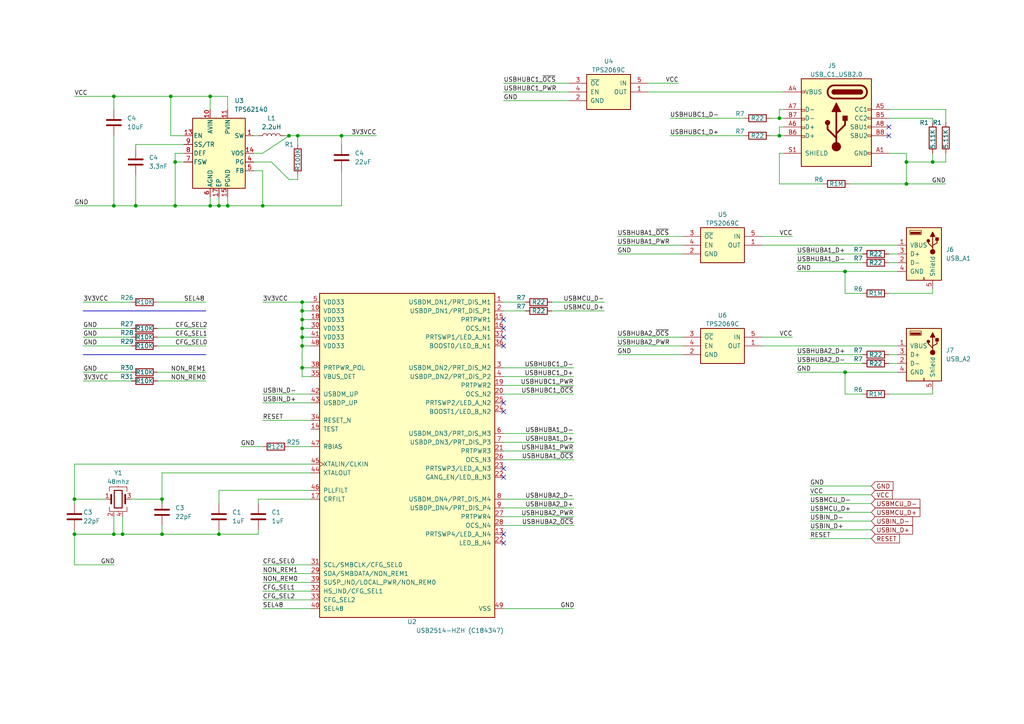
<source format=kicad_sch>
(kicad_sch (version 20230121) (generator eeschema)
  (paper "A4")
  (lib_symbols
    (symbol "Connector:USB_A" (pin_names (offset 1.016))
      (property "Reference" "J6" (at 6.35 1.27 0))
      (property "Value" "USB_A" (at 6.35 -1.27 0))
      (symbol "USB_A_0_1"
        (rectangle (start -5.08 7.62) (end 5.08 -7.62) (stroke (width 0.254)) (fill (type background)))
        (rectangle (start -3.81 6.35) (end -1.016 5.842) (fill (type outline)))
        (rectangle (start -0.762 5.588) (end -4.064 6.858))
        (rectangle (start -0.127 -7.62) (end 0.127 -6.858))
        (polyline (pts (xy 1.905 5.08) (xy 3.175 5.08) (xy 2.54 6.35) (xy 1.905 5.08)) (stroke (width 0.254)) (fill (type outline)))
        (polyline (pts (xy 2.54 1.27) (xy 2.54 1.905) (xy 1.27 3.175) (xy 1.27 3.81)) (stroke (width 0.254)))
        (polyline (pts (xy 2.54 1.905) (xy 2.54 2.54) (xy 3.81 3.175) (xy 3.81 4.445)) (stroke (width 0.254)))
        (circle (center 1.27 3.81) (radius 0.381) (stroke (width 0.254)) (fill (type outline)))
        (circle (center 2.54 0.635) (radius 0.635) (stroke (width 0.254)) (fill (type outline)))
        (rectangle (start 3.429 4.699) (end 4.191 3.937) (stroke (width 0.254)) (fill (type outline)))
      )
      (symbol "USB_A_1_1"
        (polyline (pts (xy 2.54 2.54) (xy 2.54 5.08)) (stroke (width 0.254)))
        (pin power_in line (at -7.62 2.54 0) (length 2.54) (name "VBUS") (number "1"))
        (pin bidirectional line (at -7.62 -2.54 0) (length 2.54) (name "D-") (number "2"))
        (pin bidirectional line (at -7.62 0 0) (length 2.54) (name "D+") (number "3"))
        (pin power_in line (at -7.62 -5.08 0) (length 2.54) (name "GND") (number "4"))
        (pin passive line (at 2.54 -10.16 90) (length 2.54) (name "Shield") (number "5"))
      )
    )
    (symbol "Connector:USB_C_Receptacle_USB2.0" (pin_names (offset 1.016))
      (property "Reference" "J5" (at -1.27 15.24 0))
      (property "Value" "USB_C1_USB2.0" (at 0 13.97 0))
      (symbol "USB_C_Receptacle_USB2.0_0_0"
        (rectangle (start -10.16 3.81) (end -9.144 3.302))
        (rectangle (start -10.16 8.636) (end -9.144 9.144))
        (rectangle (start -9.144 -3.81) (end -10.16 -4.318))
        (rectangle (start -9.144 -1.27) (end -10.16 -1.778))
        (rectangle (start -9.144 1.27) (end -10.16 0.762))
        (rectangle (start 10.16 -9.144) (end 9.144 -8.636))
        (rectangle (start 10.16 -3.556) (end 9.144 -4.064))
        (rectangle (start 10.16 -1.016) (end 9.144 -1.524))
        (rectangle (start 10.16 1.524) (end 9.144 1.016))
        (rectangle (start 10.16 4.064) (end 9.144 3.556))
      )
      (symbol "USB_C_Receptacle_USB2.0_0_1"
        (rectangle (start -10.16 12.7) (end 10.16 -12.7) (stroke (width 0.254)) (fill (type background)))
        (circle (center -2.54 0) (radius 0.635) (stroke (width 0.254)) (fill (type outline)))
        (arc (start -0.635 9.525) (mid -1.2673 8.89) (end -0.635 8.255) (stroke (width 0.254)))
        (arc (start -0.635 9.525) (mid -1.2673 8.89) (end -0.635 8.255) (stroke (width 0.254)) (fill (type outline)))
        (arc (start -0.635 10.795) (mid -2.5317 8.89) (end -0.635 6.985) (stroke (width 0.508)))
        (circle (center 0 -6.985) (radius 1.27) (fill (type outline)))
        (polyline (pts (xy -0.635 10.795) (xy 6.985 10.795)) (stroke (width 0.508)))
        (polyline (pts (xy 0 -6.985) (xy 0 3.175)) (stroke (width 0.508)))
        (polyline (pts (xy 6.985 6.985) (xy -0.635 6.985)) (stroke (width 0.508)))
        (polyline (pts (xy 0 -4.445) (xy -2.54 -1.905) (xy -2.54 -0.635)) (stroke (width 0.508)))
        (polyline (pts (xy 0 -3.175) (xy 2.54 -0.635) (xy 2.54 0.635)) (stroke (width 0.508)))
        (polyline (pts (xy -1.27 3.175) (xy 0 5.715) (xy 1.27 3.175) (xy -1.27 3.175)) (stroke (width 0.254)) (fill (type outline)))
        (rectangle (start 1.905 0.635) (end 3.175 1.905) (stroke (width 0.254)) (fill (type outline)))
        (arc (start 6.985 6.985) (mid 8.8817 8.89) (end 6.985 10.795) (stroke (width 0.508)))
        (rectangle (start 6.985 8.255) (end -0.635 9.525) (stroke (width 0.254)) (fill (type outline)))
        (arc (start 6.985 8.255) (mid 7.6173 8.89) (end 6.985 9.525) (stroke (width 0.254)))
        (arc (start 6.985 8.255) (mid 7.6173 8.89) (end 6.985 9.525) (stroke (width 0.254)) (fill (type outline)))
      )
      (symbol "USB_C_Receptacle_USB2.0_1_1"
        (pin passive line (at 15.24 -8.89 180) (length 5.08) (name "GND") (number "A1"))
        (pin passive line (at 15.24 -8.89 180) (length 5.08) hide (name "GND") (number "A12"))
        (pin passive line (at -15.24 8.89 0) (length 5.08) (name "VBUS") (number "A4"))
        (pin bidirectional line (at 15.24 3.81 180) (length 5.08) (name "CC1") (number "A5"))
        (pin bidirectional line (at -15.24 -1.27 0) (length 5.08) (name "D+") (number "A6"))
        (pin bidirectional line (at -15.24 3.81 0) (length 5.08) (name "D-") (number "A7"))
        (pin bidirectional line (at 15.24 -1.27 180) (length 5.08) (name "SBU1") (number "A8"))
        (pin passive line (at -15.24 8.89 0) (length 5.08) hide (name "VBUS") (number "A9"))
        (pin passive line (at 15.24 -8.89 180) (length 5.08) hide (name "GND") (number "B1"))
        (pin passive line (at 15.24 -8.89 180) (length 5.08) hide (name "GND") (number "B12"))
        (pin passive line (at -15.24 8.89 0) (length 5.08) hide (name "VBUS") (number "B4"))
        (pin bidirectional line (at 15.24 1.27 180) (length 5.08) (name "CC2") (number "B5"))
        (pin bidirectional line (at -15.24 -3.81 0) (length 5.08) (name "D+") (number "B6"))
        (pin bidirectional line (at -15.24 1.27 0) (length 5.08) (name "D-") (number "B7"))
        (pin bidirectional line (at 15.24 -3.81 180) (length 5.08) (name "SBU2") (number "B8"))
        (pin passive line (at -15.24 8.89 0) (length 5.08) hide (name "VBUS") (number "B9"))
        (pin passive line (at -15.24 -8.89 0) (length 5.08) (name "SHIELD") (number "S1"))
      )
    )
    (symbol "Device:C" (pin_numbers hide) (pin_names (offset 0.254))
      (property "Reference" "C" (at 0.635 2.54 0))
      (property "Value" "C" (at 0.635 -2.54 0))
      (symbol "C_0_1"
        (polyline (pts (xy -2.032 -0.762) (xy 2.032 -0.762)) (stroke (width 0.508)))
        (polyline (pts (xy -2.032 0.762) (xy 2.032 0.762)) (stroke (width 0.508)))
      )
      (symbol "C_1_1"
        (pin passive line (at 0 3.81 270) (length 2.794) (name "~") (number "1"))
        (pin passive line (at 0 -3.81 90) (length 2.794) (name "~") (number "2"))
      )
    )
    (symbol "Device:Crystal_GND24" (pin_names (offset 1.016) hide)
      (property "Reference" "Y1" (at 11.43 4.1909 0))
      (property "Value" "Crystal_GND24" (at 11.43 1.6509 0))
      (symbol "Crystal_GND24_0_1"
        (rectangle (start -1.143 2.54) (end 1.143 -2.54) (stroke (width 0.3048)))
        (polyline (pts (xy -2.54 0) (xy -2.032 0)))
        (polyline (pts (xy -2.032 -1.27) (xy -2.032 1.27)) (stroke (width 0.508)))
        (polyline (pts (xy 0 -3.81) (xy 0 -3.556)))
        (polyline (pts (xy 0 3.556) (xy 0 3.81)))
        (polyline (pts (xy 2.032 -1.27) (xy 2.032 1.27)) (stroke (width 0.508)))
        (polyline (pts (xy 2.032 0) (xy 2.54 0)))
        (polyline (pts (xy -2.54 -2.286) (xy -2.54 -3.556) (xy 2.54 -3.556) (xy 2.54 -2.286)))
        (polyline (pts (xy -2.54 2.286) (xy -2.54 3.556) (xy 2.54 3.556) (xy 2.54 2.286)))
      )
      (symbol "Crystal_GND24_1_1"
        (pin passive line (at -3.81 0 0) (length 1.27) (name "1") (number "1"))
        (pin passive line (at -1.27 -5.08 90) (length 1.27) (name "2") (number "2"))
        (pin passive line (at 3.81 0 180) (length 1.27) (name "3") (number "3"))
        (pin passive line (at 1.27 -5.08 90) (length 1.27) (name "4") (number "4"))
      )
    )
    (symbol "Device:L" (pin_numbers hide) (pin_names (offset 1.016) hide)
      (property "Reference" "L" (at -1.27 0 90))
      (property "Value" "L" (at 1.905 0 90))
      (symbol "L_0_1"
        (arc (start 0 -2.54) (mid 0.6323 -1.905) (end 0 -1.27))
        (arc (start 0 -1.27) (mid 0.6323 -0.635) (end 0 0))
        (arc (start 0 0) (mid 0.6323 0.635) (end 0 1.27))
        (arc (start 0 1.27) (mid 0.6323 1.905) (end 0 2.54))
      )
      (symbol "L_1_1"
        (pin passive line (at 0 3.81 270) (length 1.27) (name "1") (number "1"))
        (pin passive line (at 0 -3.81 90) (length 1.27) (name "2") (number "2"))
      )
    )
    (symbol "Device:R" (pin_numbers hide) (pin_names (offset 0))
      (property "Reference" "R" (at 2.032 0 90))
      (property "Value" "R" (at 0 0 90))
      (symbol "R_0_1"
        (rectangle (start -1.016 -2.54) (end 1.016 2.54) (stroke (width 0.254)))
      )
      (symbol "R_1_1"
        (pin passive line (at 0 3.81 270) (length 1.27) (name "~") (number "1"))
        (pin passive line (at 0 -3.81 90) (length 1.27) (name "~") (number "2"))
      )
    )
    (symbol "Interface_USB:USB2514B_Bi" (pin_names (offset 1.016))
      (property "Reference" "U2" (at 0 -48.26 0))
      (property "Value" "USB2514-HZH (C184347)" (at 2.54 -50.8 0))
      (symbol "USB2514B_Bi_0_1"
        (rectangle (start -25.4 46.99) (end 25.4 -46.99) (stroke (width 0.254)) (fill (type background)))
      )
      (symbol "USB2514B_Bi_1_1"
        (pin bidirectional line (at 27.94 44.45 180) (length 2.54) (name "USBDM_DN1/PRT_DIS_M1") (number "1"))
        (pin power_in line (at -27.94 41.91 0) (length 2.54) (name "VDD33") (number "10"))
        (pin bidirectional line (at 27.94 -22.86 180) (length 2.54) (name "PRTSWP4/LED_A_N4") (number "13"))
        (pin input line (at -27.94 7.62 0) (length 2.54) (name "TEST") (number "14"))
        (pin bidirectional line (at 27.94 39.37 180) (length 2.54) (name "PRTPWR1") (number "15"))
        (pin input line (at 27.94 36.83 180) (length 2.54) (name "OCS_N1") (number "16"))
        (pin input line (at -27.94 -12.7 0) (length 2.54) (name "CRFILT") (number "17"))
        (pin power_in line (at -27.94 39.37 0) (length 2.54) (name "VDD33") (number "18"))
        (pin bidirectional line (at 27.94 20.32 180) (length 2.54) (name "PRTPWR2") (number "19"))
        (pin bidirectional line (at 27.94 41.91 180) (length 2.54) (name "USBDP_DN1/PRT_DIS_P1") (number "2"))
        (pin input line (at 27.94 17.78 180) (length 2.54) (name "OCS_N2") (number "20"))
        (pin bidirectional line (at 27.94 1.27 180) (length 2.54) (name "PRTPWR3") (number "21"))
        (pin bidirectional line (at 27.94 -6.35 180) (length 2.54) (name "GANG_EN/LED_B_N3") (number "22"))
        (pin bidirectional line (at 27.94 -25.4 180) (length 2.54) (name "LED_B_N4") (number "22"))
        (pin bidirectional line (at 27.94 -3.81 180) (length 2.54) (name "PRTSWP3/LED_A_N3") (number "23"))
        (pin bidirectional line (at 27.94 12.7 180) (length 2.54) (name "BOOST1/LED_B_N2") (number "24"))
        (pin bidirectional line (at 27.94 15.24 180) (length 2.54) (name "PRTSWP2/LED_A_N2") (number "25"))
        (pin input line (at 27.94 -1.27 180) (length 2.54) (name "OCS_N3") (number "26"))
        (pin bidirectional line (at 27.94 -17.78 180) (length 2.54) (name "PRTPWR4") (number "27"))
        (pin input line (at 27.94 -20.32 180) (length 2.54) (name "OCS_N4") (number "28"))
        (pin bidirectional line (at -27.94 -34.29 0) (length 2.54) (name "SDA/SMBDATA/NON_REM1") (number "29"))
        (pin bidirectional line (at 27.94 25.4 180) (length 2.54) (name "USBDM_DN2/PRT_DIS_M2") (number "3"))
        (pin power_in line (at -27.94 36.83 0) (length 2.54) (name "VDD33") (number "30"))
        (pin bidirectional line (at -27.94 -31.75 0) (length 2.54) (name "SCL/SMBCLK/CFG_SEL0") (number "31"))
        (pin bidirectional line (at -27.94 -39.37 0) (length 2.54) (name "HS_IND/CFG_SEL1") (number "32"))
        (pin bidirectional line (at -27.94 -41.91 0) (length 2.54) (name "CFG_SEL2") (number "33"))
        (pin input line (at -27.94 10.16 0) (length 2.54) (name "RESET_N") (number "34"))
        (pin input line (at -27.94 22.86 0) (length 2.54) (name "VBUS_DET") (number "35"))
        (pin bidirectional line (at 27.94 31.75 180) (length 2.54) (name "BOOST0/LED_B_N1") (number "36"))
        (pin bidirectional line (at 27.94 34.29 180) (length 2.54) (name "PRTSWP1/LED_A_N1") (number "37"))
        (pin input line (at -27.94 25.4 0) (length 2.54) (name "PRTPWR_POL") (number "38"))
        (pin bidirectional line (at -27.94 -36.83 0) (length 2.54) (name "SUSP_IND/LOCAL_PWR/NON_REM0") (number "39"))
        (pin bidirectional line (at 27.94 22.86 180) (length 2.54) (name "USBDP_DN2/PRT_DIS_P2") (number "4"))
        (pin bidirectional line (at -27.94 -44.45 0) (length 2.54) (name "SEL48") (number "40"))
        (pin power_in line (at -27.94 34.29 0) (length 2.54) (name "VDD33") (number "41"))
        (pin bidirectional line (at -27.94 17.78 0) (length 2.54) (name "USBDM_UP") (number "42"))
        (pin bidirectional line (at -27.94 15.24 0) (length 2.54) (name "USBDP_UP") (number "43"))
        (pin output line (at -27.94 -5.08 0) (length 2.54) (name "XTALOUT") (number "44"))
        (pin input clock (at -27.94 -2.54 0) (length 2.54) (name "XTALIN/CLKIN") (number "45"))
        (pin input line (at -27.94 -10.16 0) (length 2.54) (name "PLLFILT") (number "46"))
        (pin input line (at -27.94 2.54 0) (length 2.54) (name "RBIAS") (number "47"))
        (pin power_in line (at -27.94 31.75 0) (length 2.54) (name "VDD33") (number "48"))
        (pin power_in line (at 27.94 -44.45 180) (length 2.54) (name "VSS") (number "49"))
        (pin power_in line (at -27.94 44.45 0) (length 2.54) (name "VDD33") (number "5"))
        (pin bidirectional line (at 27.94 6.35 180) (length 2.54) (name "USBDM_DN3/PRT_DIS_M3") (number "6"))
        (pin bidirectional line (at 27.94 3.81 180) (length 2.54) (name "USBDP_DN3/PRT_DIS_P3") (number "7"))
        (pin bidirectional line (at 27.94 -12.7 180) (length 2.54) (name "USBDM_DN4/PRT_DIS_M4") (number "8"))
        (pin bidirectional line (at 27.94 -15.24 180) (length 2.54) (name "USBDP_DN4/PRT_DIS_P4") (number "9"))
      )
    )
    (symbol "Power_Management:TPS2041B" (pin_names (offset 1.016))
      (property "Reference" "U4" (at 0 8.89 0))
      (property "Value" "TPS2069C" (at 0 6.35 0))
      (symbol "TPS2041B_0_1"
        (rectangle (start -6.35 5.08) (end 6.35 -5.08) (stroke (width 0.254)) (fill (type background)))
      )
      (symbol "TPS2041B_1_1"
        (pin power_out line (at 11.43 0 180) (length 5.08) (name "OUT") (number "1"))
        (pin power_in line (at -11.43 -2.54 0) (length 5.08) (name "GND") (number "2"))
        (pin open_collector line (at -11.43 2.54 0) (length 5.08) (name "~{OC}") (number "3"))
        (pin input line (at -11.43 0 0) (length 5.08) (name "EN") (number "4"))
        (pin power_in line (at 11.43 2.54 180) (length 5.08) (name "IN") (number "5"))
      )
    )
    (symbol "R_1" (pin_numbers hide) (pin_names (offset 0))
      (property "Reference" "R35" (at -1.27 2.54 90))
      (property "Value" "5.11K" (at 0 -3.81 90))
      (symbol "R_1_0_1"
        (rectangle (start -1.016 2.54) (end 1.016 -3.81) (stroke (width 0.254)))
      )
      (symbol "R_1_1_1"
        (pin passive line (at 0 3.81 270) (length 1.27) (name "~") (number "1"))
        (pin passive line (at 0 -5.08 90) (length 1.27) (name "~") (number "2"))
      )
    )
    (symbol "Regulator_Switching:TPS62140" (pin_names (offset 0.254))
      (property "Reference" "U" (at 3.81 13.97 0))
      (property "Value" "TPS62140" (at 3.81 11.43 0))
      (symbol "TPS62140_0_1"
        (rectangle (start -7.62 10.16) (end 7.62 -10.16) (stroke (width 0.254)) (fill (type background)))
      )
      (symbol "TPS62140_1_1"
        (pin output line (at 10.16 5.08 180) (length 2.54) (name "SW") (number "1"))
        (pin power_in line (at -2.54 12.7 270) (length 2.54) (name "AVIN") (number "10"))
        (pin power_in line (at 2.54 12.7 270) (length 2.54) (name "PVIN") (number "11"))
        (pin passive line (at 2.54 12.7 270) (length 2.54) hide (name "PVIN") (number "12"))
        (pin input line (at -10.16 5.08 0) (length 2.54) (name "EN") (number "13"))
        (pin input line (at 10.16 0 180) (length 2.54) (name "VOS") (number "14"))
        (pin power_in line (at 2.54 -12.7 90) (length 2.54) (name "PGND") (number "15"))
        (pin passive line (at 2.54 -12.7 90) (length 2.54) hide (name "PGND") (number "16"))
        (pin power_in line (at 0 -12.7 90) (length 2.54) (name "EP") (number "17"))
        (pin passive line (at 10.16 5.08 180) (length 2.54) hide (name "SW") (number "2"))
        (pin passive line (at 10.16 5.08 180) (length 2.54) hide (name "SW") (number "3"))
        (pin open_collector line (at 10.16 -2.54 180) (length 2.54) (name "PG") (number "4"))
        (pin input line (at 10.16 -5.08 180) (length 2.54) (name "FB") (number "5"))
        (pin power_in line (at -2.54 -12.7 90) (length 2.54) (name "AGND") (number "6"))
        (pin input line (at -10.16 -2.54 0) (length 2.54) (name "FSW") (number "7"))
        (pin input line (at -10.16 0 0) (length 2.54) (name "DEF") (number "8"))
        (pin input line (at -10.16 2.54 0) (length 2.54) (name "SS/TR") (number "9"))
      )
    )
  )
  (junction (at 21.59 154.94))
  (junction (at 60.96 59.69))
  (junction (at 87.63 106.68))
  (junction (at 39.37 59.69))
  (junction (at 87.63 90.17))
  (junction (at 245.11 78.74))
  (junction (at 50.8 59.69))
  (junction (at 33.02 154.94))
  (junction (at 87.63 97.79))
  (junction (at 226.06 34.29))
  (junction (at 99.06 39.37))
  (junction (at 87.63 92.71))
  (junction (at 50.8 46.99))
  (junction (at 226.06 39.37))
  (junction (at 60.96 27.94))
  (junction (at 83.82 39.37))
  (junction (at 46.99 154.94))
  (junction (at 63.5 154.94))
  (junction (at 87.63 95.25))
  (junction (at 35.56 154.94))
  (junction (at 33.02 27.94))
  (junction (at 66.04 59.69))
  (junction (at 63.5 59.69))
  (junction (at 49.53 27.94))
  (junction (at 33.02 59.69))
  (junction (at 270.51 46.99))
  (junction (at 21.59 144.78))
  (junction (at 87.63 87.63))
  (junction (at 245.11 107.95))
  (junction (at 262.89 53.34))
  (junction (at 87.63 100.33))
  (junction (at 86.36 39.37))
  (junction (at 46.99 144.78))
  (junction (at 262.89 46.99))
  (junction (at 76.2 59.69))
  (no_connect (at 146.05 97.79))
  (no_connect (at 146.05 119.38))
  (no_connect (at 146.05 92.71))
  (no_connect (at 146.05 154.94))
  (no_connect (at 146.05 116.84))
  (no_connect (at 257.81 36.83))
  (no_connect (at 146.05 95.25))
  (no_connect (at 146.05 135.89))
  (no_connect (at 146.05 138.43))
  (no_connect (at 257.81 39.37))
  (no_connect (at 146.05 157.48))
  (no_connect (at 146.05 100.33))
  (wire (pts (xy 76.2 116.84) (xy 90.17 116.84)))
  (wire (pts (xy 66.04 31.75) (xy 66.04 27.94)))
  (wire (pts (xy 90.17 92.71) (xy 87.63 92.71)))
  (wire (pts (xy 21.59 144.78) (xy 30.48 144.78)))
  (wire (pts (xy 245.11 85.09) (xy 245.11 78.74)))
  (wire (pts (xy 63.5 142.24) (xy 63.5 146.05)))
  (wire (pts (xy 187.96 26.67) (xy 227.33 26.67)))
  (wire (pts (xy 187.96 24.13) (xy 196.85 24.13)))
  (wire (pts (xy 227.33 39.37) (xy 226.06 39.37)))
  (wire (pts (xy 179.07 97.79) (xy 198.12 97.79)))
  (wire (pts (xy 69.85 129.54) (xy 76.2 129.54)))
  (wire (pts (xy 63.5 154.94) (xy 46.99 154.94)))
  (wire (pts (xy 226.06 53.34) (xy 238.76 53.34)))
  (wire (pts (xy 83.82 129.54) (xy 90.17 129.54)))
  (wire (pts (xy 146.05 114.3) (xy 166.37 114.3)))
  (wire (pts (xy 257.81 114.3) (xy 270.51 114.3)))
  (wire (pts (xy 223.52 39.37) (xy 226.06 39.37)))
  (wire (pts (xy 245.11 78.74) (xy 260.35 78.74)))
  (wire (pts (xy 99.06 39.37) (xy 109.22 39.37)))
  (wire (pts (xy 262.89 46.99) (xy 270.51 46.99)))
  (wire (pts (xy 194.31 34.29) (xy 215.9 34.29)))
  (wire (pts (xy 63.5 57.15) (xy 63.5 59.69)))
  (wire (pts (xy 226.06 31.75) (xy 227.33 31.75)))
  (wire (pts (xy 33.02 149.86) (xy 33.02 154.94)))
  (wire (pts (xy 33.02 27.94) (xy 33.02 31.75)))
  (wire (pts (xy 175.26 90.17) (xy 160.02 90.17)))
  (wire (pts (xy 60.96 31.75) (xy 60.96 27.94)))
  (wire (pts (xy 50.8 44.45) (xy 50.8 46.99)))
  (wire (pts (xy 21.59 59.69) (xy 33.02 59.69)))
  (wire (pts (xy 76.2 168.91) (xy 90.17 168.91)))
  (wire (pts (xy 257.81 85.09) (xy 270.51 85.09)))
  (wire (pts (xy 99.06 49.53) (xy 99.06 59.69)))
  (wire (pts (xy 39.37 50.8) (xy 39.37 59.69)))
  (wire (pts (xy 262.89 46.99) (xy 262.89 44.45)))
  (wire (pts (xy 87.63 106.68) (xy 90.17 106.68)))
  (wire (pts (xy 146.05 125.73) (xy 166.37 125.73)))
  (wire (pts (xy 223.52 34.29) (xy 226.06 34.29)))
  (wire (pts (xy 60.96 59.69) (xy 60.96 57.15)))
  (wire (pts (xy 76.2 49.53) (xy 76.2 59.69)))
  (wire (pts (xy 270.51 85.09) (xy 270.51 83.82)))
  (wire (pts (xy 87.63 109.22) (xy 87.63 106.68)))
  (wire (pts (xy 226.06 36.83) (xy 227.33 36.83)))
  (wire (pts (xy 53.34 39.37) (xy 49.53 39.37)))
  (wire (pts (xy 99.06 41.91) (xy 99.06 39.37)))
  (wire (pts (xy 231.14 78.74) (xy 245.11 78.74)))
  (wire (pts (xy 226.06 44.45) (xy 226.06 53.34)))
  (wire (pts (xy 90.17 142.24) (xy 63.5 142.24)))
  (wire (pts (xy 220.98 100.33) (xy 260.35 100.33)))
  (wire (pts (xy 87.63 100.33) (xy 87.63 106.68)))
  (wire (pts (xy 66.04 27.94) (xy 60.96 27.94)))
  (wire (pts (xy 175.26 87.63) (xy 160.02 87.63)))
  (wire (pts (xy 45.72 97.79) (xy 59.69 97.79)))
  (wire (pts (xy 220.98 71.12) (xy 260.35 71.12)))
  (wire (pts (xy 73.66 44.45) (xy 76.2 44.45)))
  (wire (pts (xy 21.59 27.94) (xy 33.02 27.94)))
  (wire (pts (xy 21.59 134.62) (xy 90.17 134.62)))
  (wire (pts (xy 49.53 39.37) (xy 49.53 27.94)))
  (wire (pts (xy 76.2 114.3) (xy 90.17 114.3)))
  (wire (pts (xy 270.51 34.29) (xy 270.51 35.56)))
  (wire (pts (xy 179.07 100.33) (xy 198.12 100.33)))
  (wire (pts (xy 252.73 153.67) (xy 234.95 153.67)))
  (wire (pts (xy 270.51 114.3) (xy 270.51 113.03)))
  (wire (pts (xy 21.59 146.05) (xy 21.59 144.78)))
  (wire (pts (xy 74.93 39.37) (xy 73.66 39.37)))
  (wire (pts (xy 60.96 27.94) (xy 49.53 27.94)))
  (wire (pts (xy 146.05 176.53) (xy 166.37 176.53)))
  (wire (pts (xy 146.05 90.17) (xy 152.4 90.17)))
  (wire (pts (xy 245.11 107.95) (xy 260.35 107.95)))
  (wire (pts (xy 39.37 59.69) (xy 50.8 59.69)))
  (wire (pts (xy 63.5 153.67) (xy 63.5 154.94)))
  (wire (pts (xy 146.05 106.68) (xy 166.37 106.68)))
  (wire (pts (xy 87.63 97.79) (xy 90.17 97.79)))
  (wire (pts (xy 45.72 95.25) (xy 59.69 95.25)))
  (wire (pts (xy 87.63 90.17) (xy 87.63 92.71)))
  (wire (pts (xy 24.13 95.25) (xy 38.1 95.25)))
  (wire (pts (xy 76.2 171.45) (xy 90.17 171.45)))
  (wire (pts (xy 250.19 114.3) (xy 245.11 114.3)))
  (wire (pts (xy 234.95 151.13) (xy 252.73 151.13)))
  (wire (pts (xy 262.89 53.34) (xy 274.32 53.34)))
  (wire (pts (xy 257.81 102.87) (xy 260.35 102.87)))
  (wire (pts (xy 76.2 176.53) (xy 90.17 176.53)))
  (wire (pts (xy 21.59 154.94) (xy 21.59 153.67)))
  (wire (pts (xy 74.93 154.94) (xy 63.5 154.94)))
  (wire (pts (xy 24.13 107.95) (xy 38.1 107.95)))
  (wire (pts (xy 24.13 87.63) (xy 38.1 87.63)))
  (wire (pts (xy 257.81 76.2) (xy 260.35 76.2)))
  (wire (pts (xy 220.98 97.79) (xy 229.87 97.79)))
  (wire (pts (xy 90.17 144.78) (xy 74.93 144.78)))
  (wire (pts (xy 231.14 105.41) (xy 250.19 105.41)))
  (wire (pts (xy 35.56 149.86) (xy 35.56 154.94)))
  (wire (pts (xy 76.2 87.63) (xy 87.63 87.63)))
  (wire (pts (xy 234.95 156.21) (xy 252.73 156.21)))
  (wire (pts (xy 226.06 34.29) (xy 226.06 31.75)))
  (wire (pts (xy 231.14 102.87) (xy 250.19 102.87)))
  (wire (pts (xy 146.05 133.35) (xy 166.37 133.35)))
  (wire (pts (xy 82.55 39.37) (xy 83.82 39.37)))
  (wire (pts (xy 45.72 110.49) (xy 59.69 110.49)))
  (wire (pts (xy 252.73 140.97) (xy 234.95 140.97)))
  (wire (pts (xy 231.14 107.95) (xy 245.11 107.95)))
  (wire (pts (xy 87.63 87.63) (xy 87.63 90.17)))
  (wire (pts (xy 53.34 46.99) (xy 50.8 46.99)))
  (wire (pts (xy 90.17 95.25) (xy 87.63 95.25)))
  (wire (pts (xy 146.05 152.4) (xy 166.37 152.4)))
  (wire (pts (xy 257.81 31.75) (xy 274.32 31.75)))
  (wire (pts (xy 46.99 144.78) (xy 46.99 137.16)))
  (wire (pts (xy 83.82 52.07) (xy 86.36 52.07)))
  (wire (pts (xy 270.51 44.45) (xy 270.51 46.99)))
  (wire (pts (xy 179.07 68.58) (xy 198.12 68.58)))
  (wire (pts (xy 274.32 31.75) (xy 274.32 35.56)))
  (wire (pts (xy 99.06 59.69) (xy 76.2 59.69)))
  (wire (pts (xy 194.31 39.37) (xy 215.9 39.37)))
  (wire (pts (xy 73.66 49.53) (xy 76.2 49.53)))
  (wire (pts (xy 90.17 87.63) (xy 87.63 87.63)))
  (wire (pts (xy 146.05 149.86) (xy 166.37 149.86)))
  (wire (pts (xy 35.56 154.94) (xy 46.99 154.94)))
  (wire (pts (xy 246.38 53.34) (xy 262.89 53.34)))
  (wire (pts (xy 76.2 121.92) (xy 90.17 121.92)))
  (wire (pts (xy 90.17 109.22) (xy 87.63 109.22)))
  (wire (pts (xy 252.73 146.05) (xy 234.95 146.05)))
  (wire (pts (xy 250.19 85.09) (xy 245.11 85.09)))
  (wire (pts (xy 33.02 154.94) (xy 35.56 154.94)))
  (wire (pts (xy 257.81 73.66) (xy 260.35 73.66)))
  (wire (pts (xy 227.33 44.45) (xy 226.06 44.45)))
  (wire (pts (xy 76.2 163.83) (xy 90.17 163.83)))
  (wire (pts (xy 21.59 163.83) (xy 33.02 163.83)))
  (wire (pts (xy 146.05 128.27) (xy 166.37 128.27)))
  (wire (pts (xy 257.81 34.29) (xy 270.51 34.29)))
  (wire (pts (xy 45.72 87.63) (xy 59.69 87.63)))
  (wire (pts (xy 274.32 44.45) (xy 274.32 46.99)))
  (wire (pts (xy 76.2 44.45) (xy 83.82 39.37)))
  (wire (pts (xy 33.02 39.37) (xy 33.02 59.69)))
  (wire (pts (xy 24.13 110.49) (xy 38.1 110.49)))
  (wire (pts (xy 220.98 68.58) (xy 229.87 68.58)))
  (wire (pts (xy 76.2 166.37) (xy 90.17 166.37)))
  (wire (pts (xy 227.33 34.29) (xy 226.06 34.29)))
  (wire (pts (xy 86.36 41.91) (xy 86.36 39.37)))
  (wire (pts (xy 78.74 46.99) (xy 83.82 52.07)))
  (wire (pts (xy 53.34 41.91) (xy 39.37 41.91)))
  (wire (pts (xy 146.05 111.76) (xy 166.37 111.76)))
  (wire (pts (xy 45.72 107.95) (xy 59.69 107.95)))
  (wire (pts (xy 46.99 152.4) (xy 46.99 154.94)))
  (wire (pts (xy 146.05 29.21) (xy 165.1 29.21)))
  (wire (pts (xy 45.72 100.33) (xy 59.69 100.33)))
  (wire (pts (xy 146.05 130.81) (xy 166.37 130.81)))
  (wire (pts (xy 33.02 27.94) (xy 49.53 27.94)))
  (wire (pts (xy 87.63 100.33) (xy 87.63 97.79)))
  (wire (pts (xy 226.06 39.37) (xy 226.06 36.83)))
  (wire (pts (xy 21.59 134.62) (xy 21.59 144.78)))
  (wire (pts (xy 90.17 100.33) (xy 87.63 100.33)))
  (wire (pts (xy 270.51 46.99) (xy 274.32 46.99)))
  (wire (pts (xy 74.93 144.78) (xy 74.93 146.05)))
  (wire (pts (xy 38.1 144.78) (xy 46.99 144.78)))
  (wire (pts (xy 46.99 146.05) (xy 46.99 144.78)))
  (wire (pts (xy 24.13 100.33) (xy 38.1 100.33)))
  (wire (pts (xy 39.37 41.91) (xy 39.37 43.18)))
  (wire (pts (xy 146.05 144.78) (xy 166.37 144.78)))
  (wire (pts (xy 66.04 57.15) (xy 66.04 59.69)))
  (wire (pts (xy 179.07 73.66) (xy 198.12 73.66)))
  (wire (pts (xy 21.59 154.94) (xy 33.02 154.94)))
  (wire (pts (xy 86.36 52.07) (xy 86.36 50.8)))
  (wire (pts (xy 90.17 90.17) (xy 87.63 90.17)))
  (wire (pts (xy 76.2 59.69) (xy 66.04 59.69)))
  (wire (pts (xy 231.14 73.66) (xy 250.19 73.66)))
  (wire (pts (xy 53.34 44.45) (xy 50.8 44.45)))
  (wire (pts (xy 87.63 95.25) (xy 87.63 97.79)))
  (wire (pts (xy 63.5 59.69) (xy 60.96 59.69)))
  (wire (pts (xy 83.82 39.37) (xy 86.36 39.37)))
  (wire (pts (xy 146.05 147.32) (xy 166.37 147.32)))
  (wire (pts (xy 86.36 39.37) (xy 99.06 39.37)))
  (wire (pts (xy 50.8 59.69) (xy 60.96 59.69)))
  (wire (pts (xy 245.11 114.3) (xy 245.11 107.95)))
  (wire (pts (xy 66.04 59.69) (xy 63.5 59.69)))
  (wire (pts (xy 76.2 173.99) (xy 90.17 173.99)))
  (wire (pts (xy 50.8 46.99) (xy 50.8 59.69)))
  (wire (pts (xy 74.93 153.67) (xy 74.93 154.94)))
  (wire (pts (xy 252.73 143.51) (xy 234.95 143.51)))
  (wire (pts (xy 231.14 76.2) (xy 250.19 76.2)))
  (wire (pts (xy 39.37 59.69) (xy 33.02 59.69)))
  (wire (pts (xy 146.05 26.67) (xy 165.1 26.67)))
  (wire (pts (xy 262.89 46.99) (xy 262.89 53.34)))
  (wire (pts (xy 24.13 97.79) (xy 38.1 97.79)))
  (wire (pts (xy 179.07 71.12) (xy 198.12 71.12)))
  (wire (pts (xy 257.81 105.41) (xy 260.35 105.41)))
  (wire (pts (xy 146.05 24.13) (xy 165.1 24.13)))
  (wire (pts (xy 146.05 109.22) (xy 166.37 109.22)))
  (wire (pts (xy 252.73 148.59) (xy 234.95 148.59)))
  (wire (pts (xy 179.07 102.87) (xy 198.12 102.87)))
  (wire (pts (xy 46.99 137.16) (xy 90.17 137.16)))
  (wire (pts (xy 73.66 46.99) (xy 78.74 46.99)))
  (wire (pts (xy 21.59 154.94) (xy 21.59 163.83)))
  (wire (pts (xy 257.81 44.45) (xy 262.89 44.45)))
  (wire (pts (xy 146.05 87.63) (xy 152.4 87.63)))
  (wire (pts (xy 87.63 92.71) (xy 87.63 95.25)))
  (rectangle (start 24.13 102.87) (end 59.69 102.87) (stroke (width 0.2)))
  (rectangle (start 24.13 90.17) (end 59.69 90.17) (stroke (width 0.2)))
  (label "USBMCU_D-" (at 234.95 146.05 0))
  (label "NON_REM1" (at 49.53 107.95 0))
  (label "USBHUBA2_~{OCS}" (at 179.07 97.79 0))
  (label "GND" (at 274.32 53.34 180))
  (label "3V3VCC" (at 76.2 87.63 0))
  (label "3V3VCC" (at 109.22 39.37 180))
  (label "USBHUBC1_D-" (at 166.37 106.68 180))
  (label "3V3VCC" (at 24.13 110.49 0))
  (label "GND" (at 69.85 129.54 0))
  (label "USBHUBC1_PWR" (at 146.05 26.67 0))
  (label "CFG_SEL2" (at 76.2 173.99 0))
  (label "USBIN_D-" (at 234.95 151.13 0))
  (label "GND" (at 162.56 176.53 0))
  (label "VCC" (at 226.06 97.79 0))
  (label "GND" (at 24.13 95.25 0))
  (label "USBMCU_D+" (at 175.26 90.17 180))
  (label "VCC" (at 196.85 24.13 180))
  (label "USBHUBA1_D-" (at 231.14 76.2 0))
  (label "USBHUBA1_~{OCS}" (at 166.37 133.35 180))
  (label "VCC" (at 21.59 27.94 0))
  (label "USBHUBA1_~{OCS}" (at 179.07 68.58 0))
  (label "CFG_SEL1" (at 76.2 171.45 0))
  (label "GND" (at 179.07 102.87 0))
  (label "GND" (at 231.14 107.95 0))
  (label "GND" (at 231.14 78.74 0))
  (label "GND" (at 234.95 140.97 0))
  (label "CFG_SEL0" (at 76.2 163.83 0))
  (label "NON_REM0" (at 49.53 110.49 0))
  (label "CFG_SEL0" (at 50.8 100.33 0))
  (label "GND" (at 21.59 59.69 0))
  (label "USBHUBA2_D+" (at 231.14 102.87 0))
  (label "GND" (at 179.07 73.66 0))
  (label "USBHUBC1_~{OCS}" (at 146.05 24.13 0))
  (label "USBIN_D+" (at 76.2 116.84 0))
  (label "NON_REM1" (at 76.2 166.37 0))
  (label "3V3VCC" (at 24.13 87.63 0))
  (label "GND" (at 24.13 100.33 0))
  (label "NON_REM0" (at 76.2 168.91 0))
  (label "VCC" (at 234.95 143.51 0))
  (label "RESET" (at 76.2 121.92 0))
  (label "USBIN_D-" (at 76.2 114.3 0))
  (label "RESET" (at 234.95 156.21 0))
  (label "USBHUBC1_PWR" (at 166.37 111.76 180))
  (label "USBHUBA2_D-" (at 166.37 144.78 180))
  (label "USBHUBC1_~{OCS}" (at 166.37 114.3 180))
  (label "USBHUBC1_D+" (at 194.31 39.37 0))
  (label "USBHUBA1_PWR" (at 179.07 71.12 0))
  (label "USBMCU_D-" (at 175.26 87.63 180))
  (label "GND" (at 24.13 107.95 0))
  (label "VCC" (at 229.87 68.58 180))
  (label "USBHUBA1_D-" (at 166.37 125.73 180))
  (label "USBHUBA2_PWR" (at 179.07 100.33 0))
  (label "USBHUBA2_D-" (at 231.14 105.41 0))
  (label "CFG_SEL1" (at 50.8 97.79 0))
  (label "USBHUBA2_PWR" (at 166.37 149.86 180))
  (label "USBHUBA1_D+" (at 231.14 73.66 0))
  (label "USBHUBA2_~{OCS}" (at 166.37 152.4 180))
  (label "CFG_SEL2" (at 50.8 95.25 0))
  (label "USBHUBA1_PWR" (at 166.37 130.81 180))
  (label "GND" (at 146.05 29.21 0))
  (label "USBHUBC1_D-" (at 194.31 34.29 0))
  (label "SEL48" (at 53.34 87.63 0))
  (label "USBIN_D+" (at 234.95 153.67 0))
  (label "GND" (at 24.13 97.79 0))
  (label "GND" (at 29.21 163.83 0))
  (label "USBHUBA1_D+" (at 166.37 128.27 180))
  (label "USBHUBC1_D+" (at 166.37 109.22 180))
  (label "USBMCU_D+" (at 234.95 148.59 0))
  (label "USBHUBA2_D+" (at 166.37 147.32 180))
  (label "SEL48" (at 76.2 176.53 0))
  (global_label "RESET" (shape input) (at 252.73 156.21 0) (property "Intersheetrefs" "${INTERSHEET_REFS}" (effects hide)))
  (global_label "USBIN_D+" (shape input) (at 252.73 153.67 0) (property "Intersheetrefs" "${INTERSHEET_REFS}" (effects hide)))
  (global_label "USBIN_D-" (shape input) (at 252.73 151.13 0) (property "Intersheetrefs" "${INTERSHEET_REFS}" (effects hide)))
  (global_label "USBMCU_D+" (shape input) (at 252.73 148.59 0) (property "Intersheetrefs" "${INTERSHEET_REFS}" (effects hide)))
  (global_label "VCC" (shape input) (at 252.73 143.51 0) (property "Intersheetrefs" "${INTERSHEET_REFS}" (effects hide)))
  (global_label "GND" (shape input) (at 252.73 140.97 0) (property "Intersheetrefs" "${INTERSHEET_REFS}" (effects hide)))
  (global_label "USBMCU_D-" (shape input) (at 252.73 146.05 0) (property "Intersheetrefs" "${INTERSHEET_REFS}" (effects hide)))
  (symbol (lib_name "R_1") (lib_id "Device:R") (at 86.36 45.72 0) (unit 1)
    (property "Reference" "R1" (at 82.55 41.91 0) (effects (justify left)))
    (property "Value" "R100K" (at 86.36 49.53 90) (effects (justify left)))
    (property "Footprint" "Resistor_SMD:R_0402_1005Metric" (effects hide))
    (instances (project "keyboard" (path "" (reference "R1") (unit 1)) (path "" (reference "R24") (unit 1)) (path "" (reference "R60") (unit 1))))
  )
  (symbol (lib_name "R_1") (lib_id "Device:R") (at 274.32 39.37 0) (unit 1)
    (property "Reference" "R1" (at 270.51 35.56 0) (effects (justify left)))
    (property "Value" "5.11K" (at 274.32 43.18 90) (effects (justify left)))
    (property "Footprint" "Resistor_SMD:R_0402_1005Metric" (effects hide))
    (instances (project "keyboard" (path "" (reference "R1") (unit 1)) (path "" (reference "R36") (unit 1)) (path "" (reference "R61") (unit 1))))
  )
  (symbol (lib_id "Interface_USB:USB2514B_Bi") (at 118.11 132.08 0) (unit 1)
    (property "Reference" "U2" (at 118.11 180.34 0) (effects (justify left)))
    (property "Value" "USB2514-HZH (C184347)" (at 120.65 182.88 0) (effects (justify left)))
    (property "Footprint" "Package_DFN_QFN:VQFN-48-1EP_7x7mm_P0.5mm_EP4.1x4.1mm_ThermalVias" (effects hide))
    (property "Datasheet" "http://ww1.microchip.com/downloads/en/DeviceDoc/00001692C.pdf" (effects hide))
    (instances (project "keyboard" (path "" (reference "U2") (unit 1)) (path "" (reference "U8") (unit 1))))
  )
  (symbol (lib_id "Device:R") (at 41.91 97.79 90) (unit 1)
    (property "Reference" "R28" (at 36.83 96.52 90))
    (property "Value" "R10K" (at 41.91 97.79 90))
    (property "Footprint" "Resistor_SMD:R_0402_1005Metric" (effects hide))
    (instances (project "keyboard" (path "" (reference "R28") (unit 1)) (path "" (reference "R45") (unit 1))))
  )
  (symbol (lib_id "Power_Management:TPS2041B") (at 209.55 71.12 0) (unit 1)
    (property "Reference" "U5" (at 209.55 62.23 0))
    (property "Value" "TPS2069C" (at 209.55 64.77 0))
    (property "Footprint" "Package_TO_SOT_SMD:SOT-23-5" (effects hide))
    (property "Datasheet" "http://www.ti.com/lit/ds/symlink/tps2041.pdf" (effects hide))
    (instances (project "keyboard" (path "" (reference "U5") (unit 1)) (path "" (reference "U10") (unit 1))))
  )
  (symbol (lib_name "R_1") (lib_id "Device:R") (at 270.51 39.37 0) (unit 1)
    (property "Reference" "R1" (at 266.7 35.56 0) (effects (justify left)))
    (property "Value" "5.11K" (at 270.51 43.18 90) (effects (justify left)))
    (property "Footprint" "Resistor_SMD:R_0402_1005Metric" (effects hide))
    (instances (project "keyboard" (path "" (reference "R1") (unit 1)) (path "" (reference "R35") (unit 1)) (path "" (reference "R60") (unit 1))))
  )
  (symbol (lib_id "Device:R") (at 219.71 39.37 90) (unit 1)
    (property "Reference" "R7" (at 214.63 38.1 90))
    (property "Value" "R22" (at 219.71 39.37 90))
    (property "Footprint" "Resistor_SMD:R_0402_1005Metric" (effects hide))
    (instances (project "keyboard" (path "" (reference "R7") (unit 1)) (path "" (reference "R34") (unit 1)) (path "" (reference "R52") (unit 1))))
  )
  (symbol (lib_id "Device:R") (at 254 105.41 90) (unit 1)
    (property "Reference" "R7" (at 248.92 104.14 90))
    (property "Value" "R22" (at 254 105.41 90))
    (property "Footprint" "Resistor_SMD:R_0402_1005Metric" (effects hide))
    (instances (project "keyboard" (path "" (reference "R7") (unit 1)) (path "" (reference "R40") (unit 1)) (path "" (reference "R58") (unit 1))))
  )
  (symbol (lib_id "Device:L") (at 78.74 39.37 90) (unit 1)
    (property "Reference" "L1" (at 78.74 34.29 90))
    (property "Value" "2.2uH" (at 78.74 36.83 90))
    (property "Footprint" "Inductor_SMD:L_0805_2012Metric" (effects hide))
    (instances (project "keyboard" (path "" (reference "L1") (unit 1)) (path "" (reference "L2") (unit 1))))
  )
  (symbol (lib_id "Device:C") (at 39.37 46.99 0) (unit 1)
    (property "Reference" "C4" (at 43.18 45.72 0) (effects (justify left)))
    (property "Value" "3.3nF" (at 43.18 48.26 0) (effects (justify left)))
    (property "Footprint" "Capacitor_SMD:C_0402_1005Metric" (effects hide))
    (instances (project "keyboard" (path "" (reference "C4") (unit 1)) (path "" (reference "C29") (unit 1)) (path "" (reference "C37") (unit 1))))
  )
  (symbol (lib_id "Connector:USB_C_Receptacle_USB2.0") (at 242.57 35.56 0) (unit 1)
    (property "Reference" "J5" (at 241.3 19.05 0))
    (property "Value" "USB_C1_USB2.0" (at 242.57 21.59 0))
    (property "Footprint" "Connector_USB:USB_C_Receptacle_G-Switch_GT-USB-7010ASV" (effects hide))
    (property "Datasheet" "https://www.usb.org/sites/default/files/documents/usb_type-c.zip" (effects hide))
    (instances (project "keyboard" (path "" (reference "J5") (unit 1)) (path "" (reference "J5") (unit 1)) (path "" (reference "J8") (unit 1))))
  )
  (symbol (lib_id "Device:R") (at 41.91 100.33 90) (unit 1)
    (property "Reference" "R29" (at 36.83 99.06 90))
    (property "Value" "R10K" (at 41.91 100.33 90))
    (property "Footprint" "Resistor_SMD:R_0402_1005Metric" (effects hide))
    (instances (project "keyboard" (path "" (reference "R29") (unit 1)) (path "" (reference "R46") (unit 1))))
  )
  (symbol (lib_id "Device:R") (at 156.21 87.63 90) (unit 1)
    (property "Reference" "R7" (at 151.13 86.36 90))
    (property "Value" "R22" (at 156.21 87.63 90))
    (property "Footprint" "Resistor_SMD:R_0402_1005Metric" (effects hide))
    (instances (project "keyboard" (path "" (reference "R7") (unit 1)) (path "" (reference "R43") (unit 1)) (path "" (reference "R54") (unit 1))))
  )
  (symbol (lib_id "Device:R") (at 254 114.3 90) (unit 1)
    (property "Reference" "R6" (at 248.92 113.03 90))
    (property "Value" "R1M" (at 254 114.3 90))
    (property "Footprint" "Resistor_SMD:R_0603_1608Metric" (effects hide))
    (instances (project "keyboard" (path "" (reference "R6") (unit 1)) (path "" (reference "R42") (unit 1)) (path "" (reference "R59") (unit 1))))
  )
  (symbol (lib_id "Device:R") (at 242.57 53.34 90) (unit 1)
    (property "Reference" "R6" (at 237.49 52.07 90))
    (property "Value" "R1M" (at 242.57 53.34 90))
    (property "Footprint" "Resistor_SMD:R_0603_1608Metric" (effects hide))
    (instances (project "keyboard" (path "" (reference "R6") (unit 1)) (path "" (reference "R32") (unit 1)) (path "" (reference "R53") (unit 1))))
  )
  (symbol (lib_id "Device:R") (at 254 102.87 90) (unit 1)
    (property "Reference" "R7" (at 248.92 101.6 90))
    (property "Value" "R22" (at 254 102.87 90))
    (property "Footprint" "Resistor_SMD:R_0402_1005Metric" (effects hide))
    (instances (project "keyboard" (path "" (reference "R7") (unit 1)) (path "" (reference "R39") (unit 1)) (path "" (reference "R57") (unit 1))))
  )
  (symbol (lib_id "Device:R") (at 41.91 110.49 90) (unit 1)
    (property "Reference" "R31" (at 36.83 109.22 90))
    (property "Value" "R10K" (at 41.91 110.49 90))
    (property "Footprint" "Resistor_SMD:R_0402_1005Metric" (effects hide))
    (instances (project "keyboard" (path "" (reference "R31") (unit 1)) (path "" (reference "R48") (unit 1))))
  )
  (symbol (lib_id "Power_Management:TPS2041B") (at 209.55 100.33 0) (unit 1)
    (property "Reference" "U6" (at 209.55 91.44 0))
    (property "Value" "TPS2069C" (at 209.55 93.98 0))
    (property "Footprint" "Package_TO_SOT_SMD:SOT-23-5" (effects hide))
    (property "Datasheet" "http://www.ti.com/lit/ds/symlink/tps2041.pdf" (effects hide))
    (instances (project "keyboard" (path "" (reference "U6") (unit 1)) (path "" (reference "U11") (unit 1))))
  )
  (symbol (lib_id "Device:R") (at 41.91 87.63 90) (unit 1)
    (property "Reference" "R26" (at 36.83 86.36 90))
    (property "Value" "R10K" (at 41.91 87.63 90))
    (property "Footprint" "Resistor_SMD:R_0402_1005Metric" (effects hide))
    (instances (project "keyboard" (path "" (reference "R26") (unit 1)) (path "" (reference "R43") (unit 1))))
  )
  (symbol (lib_id "Device:Crystal_GND24") (at 34.29 144.78 0) (unit 1)
    (property "Reference" "Y1" (at 34.29 137.16 0))
    (property "Value" "48mhz" (at 34.29 139.7 0))
    (property "Footprint" "Crystal:Crystal_SMD_TXC_7M-4Pin_3.2x2.5mm" (effects hide))
    (instances (project "keyboard" (path "" (reference "Y1") (unit 1)) (path "" (reference "Y2") (unit 1)) (path "" (reference "Y3") (unit 1))))
  )
  (symbol (lib_id "Device:R") (at 219.71 34.29 90) (unit 1)
    (property "Reference" "R7" (at 214.63 33.02 90))
    (property "Value" "R22" (at 219.71 34.29 90))
    (property "Footprint" "Resistor_SMD:R_0402_1005Metric" (effects hide))
    (instances (project "keyboard" (path "" (reference "R7") (unit 1)) (path "" (reference "R33") (unit 1)) (path "" (reference "R51") (unit 1))))
  )
  (symbol (lib_id "Device:R") (at 254 76.2 90) (unit 1)
    (property "Reference" "R7" (at 248.92 74.93 90))
    (property "Value" "R22" (at 254 76.2 90))
    (property "Footprint" "Resistor_SMD:R_0402_1005Metric" (effects hide))
    (instances (project "keyboard" (path "" (reference "R7") (unit 1)) (path "" (reference "R38") (unit 1)) (path "" (reference "R55") (unit 1))))
  )
  (symbol (lib_id "Device:C") (at 33.02 35.56 0) (unit 1)
    (property "Reference" "C4" (at 36.83 34.29 0) (effects (justify left)))
    (property "Value" "10uF" (at 36.83 36.83 0) (effects (justify left)))
    (property "Footprint" "Capacitor_SMD:C_0402_1005Metric" (effects hide))
    (instances (project "keyboard" (path "" (reference "C4") (unit 1)) (path "" (reference "C28") (unit 1)) (path "" (reference "C36") (unit 1))))
  )
  (symbol (lib_id "Device:R") (at 80.01 129.54 90) (unit 1)
    (property "Reference" "R25" (at 85.09 128.27 90))
    (property "Value" "R12K" (at 80.01 129.54 90))
    (property "Footprint" "Resistor_SMD:R_0402_1005Metric" (effects hide))
    (instances (project "keyboard" (path "" (reference "R25") (unit 1)) (path "" (reference "R49") (unit 1))))
  )
  (symbol (lib_id "Device:C") (at 74.93 149.86 0) (unit 1)
    (property "Reference" "C1" (at 78.74 148.59 0) (effects (justify left)))
    (property "Value" "1uF" (at 78.74 151.13 0) (effects (justify left)))
    (property "Footprint" "Capacitor_SMD:C_0402_1005Metric" (effects hide))
    (instances (project "keyboard" (path "" (reference "C1") (unit 1)) (path "" (reference "C33") (unit 1)) (path "" (reference "C40") (unit 1))))
  )
  (symbol (lib_id "Device:C") (at 46.99 148.59 0) (unit 1)
    (property "Reference" "C3" (at 50.8 147.32 0) (effects (justify left)))
    (property "Value" "22pF" (at 50.8 149.86 0) (effects (justify left)))
    (property "Footprint" "Capacitor_SMD:C_0402_1005Metric" (effects hide))
    (instances (project "keyboard" (path "" (reference "C3") (unit 1)) (path "" (reference "C31") (unit 1)) (path "" (reference "C38") (unit 1))))
  )
  (symbol (lib_id "Connector:USB_A") (at 267.97 73.66 0) (unit 1)
    (property "Reference" "J6" (at 274.32 72.39 0) (effects (justify left)))
    (property "Value" "USB_A1" (at 274.32 74.93 0) (effects (justify left)))
    (property "Footprint" "NORMAL_USB_A:GT_USBA" (effects hide))
    (property "Datasheet" " ~" (effects hide))
    (instances (project "keyboard" (path "" (reference "J6") (unit 1)) (path "" (reference "J9") (unit 1))))
  )
  (symbol (lib_id "Regulator_Switching:TPS62140") (at 63.5 44.45 0) (unit 1)
    (property "Reference" "U3" (at 67.9959 29.21 0) (effects (justify left)))
    (property "Value" "TPS62140" (at 67.9959 31.75 0) (effects (justify left)))
    (property "Footprint" "Package_DFN_QFN:VQFN-16-1EP_3x3mm_P0.5mm_EP1.68x1.68mm_ThermalVias" (effects hide))
    (property "Datasheet" "http://www.ti.com/lit/ds/symlink/TPS62140.pdf" (effects hide))
    (instances (project "keyboard" (path "" (reference "U3") (unit 1)) (path "" (reference "U7") (unit 1))))
  )
  (symbol (lib_id "Device:C") (at 63.5 149.86 0) (unit 1)
    (property "Reference" "C1" (at 67.31 148.59 0) (effects (justify left)))
    (property "Value" "1uF" (at 67.31 151.13 0) (effects (justify left)))
    (property "Footprint" "Capacitor_SMD:C_0402_1005Metric" (effects hide))
    (instances (project "keyboard" (path "" (reference "C1") (unit 1)) (path "" (reference "C34") (unit 1)) (path "" (reference "C39") (unit 1))))
  )
  (symbol (lib_id "Device:C") (at 99.06 45.72 0) (unit 1)
    (property "Reference" "C4" (at 102.87 44.45 0) (effects (justify left)))
    (property "Value" "22uF" (at 102.87 46.99 0) (effects (justify left)))
    (property "Footprint" "Capacitor_SMD:C_0402_1005Metric" (effects hide))
    (instances (project "keyboard" (path "" (reference "C4") (unit 1)) (path "" (reference "C30") (unit 1)) (path "" (reference "C41") (unit 1))))
  )
  (symbol (lib_id "Device:R") (at 254 73.66 90) (unit 1)
    (property "Reference" "R7" (at 248.92 72.39 90))
    (property "Value" "R22" (at 254 73.66 90))
    (property "Footprint" "Resistor_SMD:R_0402_1005Metric" (effects hide))
    (instances (project "keyboard" (path "" (reference "R7") (unit 1)) (path "" (reference "R37") (unit 1)) (path "" (reference "R54") (unit 1))))
  )
  (symbol (lib_id "Device:C") (at 21.59 149.86 0) (unit 1)
    (property "Reference" "C3" (at 24.13 148.59 0) (effects (justify left)))
    (property "Value" "22pF" (at 24.13 151.13 0) (effects (justify left)))
    (property "Footprint" "Capacitor_SMD:C_0402_1005Metric" (effects hide))
    (instances (project "keyboard" (path "" (reference "C3") (unit 1)) (path "" (reference "C32") (unit 1)) (path "" (reference "C35") (unit 1))))
  )
  (symbol (lib_id "Device:R") (at 156.21 90.17 90) (unit 1)
    (property "Reference" "R7" (at 151.13 88.9 90))
    (property "Value" "R22" (at 156.21 90.17 90))
    (property "Footprint" "Resistor_SMD:R_0402_1005Metric" (effects hide))
    (instances (project "keyboard" (path "" (reference "R7") (unit 1)) (path "" (reference "R44") (unit 1)) (path "" (reference "R55") (unit 1))))
  )
  (symbol (lib_id "Device:R") (at 41.91 107.95 90) (unit 1)
    (property "Reference" "R30" (at 36.83 106.68 90))
    (property "Value" "R10K" (at 41.91 107.95 90))
    (property "Footprint" "Resistor_SMD:R_0402_1005Metric" (effects hide))
    (instances (project "keyboard" (path "" (reference "R30") (unit 1)) (path "" (reference "R47") (unit 1))))
  )
  (symbol (lib_id "Device:R") (at 41.91 95.25 90) (unit 1)
    (property "Reference" "R27" (at 36.83 93.98 90))
    (property "Value" "R10K" (at 41.91 95.25 90))
    (property "Footprint" "Resistor_SMD:R_0402_1005Metric" (effects hide))
    (instances (project "keyboard" (path "" (reference "R27") (unit 1)) (path "" (reference "R44") (unit 1))))
  )
  (symbol (lib_id "Power_Management:TPS2041B") (at 176.53 26.67 0) (unit 1)
    (property "Reference" "U4" (at 176.53 17.78 0))
    (property "Value" "TPS2069C" (at 176.53 20.32 0))
    (property "Footprint" "Package_TO_SOT_SMD:SOT-23-5" (effects hide))
    (property "Datasheet" "http://www.ti.com/lit/ds/symlink/tps2041.pdf" (effects hide))
    (instances (project "keyboard" (path "" (reference "U4") (unit 1)) (path "" (reference "U9") (unit 1))))
  )
  (symbol (lib_id "Device:R") (at 254 85.09 90) (unit 1)
    (property "Reference" "R6" (at 248.92 83.82 90))
    (property "Value" "R1M" (at 254 85.09 90))
    (property "Footprint" "Resistor_SMD:R_0603_1608Metric" (effects hide))
    (instances (project "keyboard" (path "" (reference "R6") (unit 1)) (path "" (reference "R41") (unit 1)) (path "" (reference "R56") (unit 1))))
  )
  (symbol (lib_id "Connector:USB_A") (at 267.97 102.87 0) (unit 1)
    (property "Reference" "J7" (at 274.32 101.6 0) (effects (justify left)))
    (property "Value" "USB_A2" (at 274.32 104.14 0) (effects (justify left)))
    (property "Footprint" "NORMAL_USB_A:GT_USBA" (effects hide))
    (property "Datasheet" " ~" (effects hide))
    (instances (project "keyboard" (path "" (reference "J7") (unit 1)) (path "" (reference "J10") (unit 1))))
  )
)
</source>
